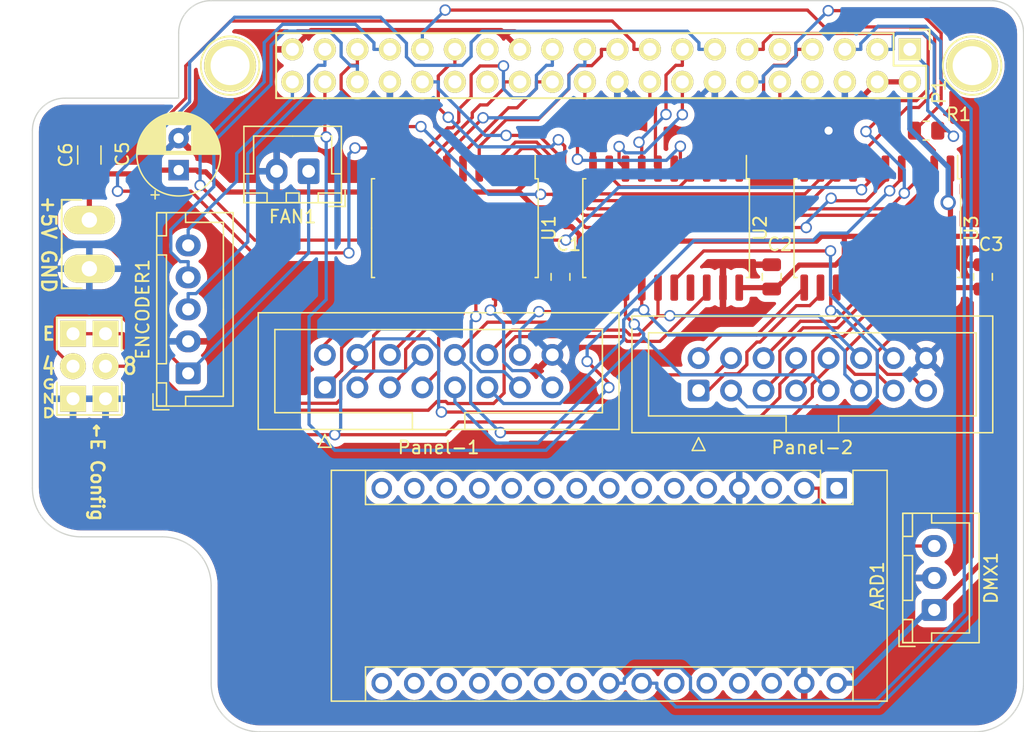
<source format=kicad_pcb>
(kicad_pcb (version 20211014) (generator pcbnew)
  (layers (0 "F.Cu" signal) (31 "B.Cu" signal) (34 "B.Paste" user) (35 "F.Paste" user) (36 "B.SilkS" user "B.Silkscreen") (37 "F.SilkS" user "F.Silkscreen") (38 "B.Mask" user) (39 "F.Mask" user) (44 "Edge.Cuts" user))
  (net 0 "")
  (net 1 "VCC")
  (net 2 "GND")
  (net 3 "strobe")
  (net 4 "p0_r1")
  (net 5 "p0_g1")
  (net 6 "OE")
  (net 7 "p0_b1")
  (net 8 "p0_r2")
  (net 9 "p0_g2")
  (net 10 "row_D")
  (net 11 "row_C")
  (net 12 "p0_b2")
  (net 13 "clock")
  (net 14 "row_B")
  (net 15 "row_A")
  (net 16 "p1_g1")
  (net 17 "p1_b1")
  (net 18 "p1_r1")
  (net 19 "p1_g2")
  (net 20 "p1_r2")
  (net 21 "p1_b2")
  (net 22 "p0_r1_buff")
  (net 23 "p0_g1_buff")
  (net 24 "p0_b1_buff")
  (net 25 "p0_r2_buff")
  (net 26 "p0_g2_buff")
  (net 27 "p0_b2_buff")
  (net 28 "row_A_buff")
  (net 29 "row_B_buff")
  (net 30 "row_C_buff")
  (net 31 "row_D_buff")
  (net 32 "clock_buff_0")
  (net 33 "strobe_buff_0")
  (net 34 "OE_buff_0")
  (net 35 "p1_r1_buff")
  (net 36 "p1_g1_buff")
  (net 37 "p1_b1_buff")
  (net 38 "p1_r2_buff")
  (net 39 "p1_g2_buf")
  (net 40 "p1_b2_buff")
  (net 41 "clock_buff_1")
  (net 42 "strobe_buff_1")
  (net 43 "OE_buff_1")
  (net 44 "strobe_buff_2")
  (net 45 "Net-(P1-Pad1)")
  (net 46 "row_E")
  (net 48 "Sel-Pin4")
  (net 49 "Sel-Pin8")
  (net 52 "3v3")
  (net 54 "Net-(P6-Pad1)")
  (net 56 "dmx_rx")
  (net 76 "i2c1_sda")
  (net 77 "i2c1_scl")
  (net 82 "enc_sw")
  (net 83 "enc_dt")
  (net 84 "enc_clk")
  (footprint "Capacitor_SMD:C_0805_2012Metric" (layer "F.Cu") (at 128.905 58.42 90)
    (fp_text reference "C1")
    (fp_text value "100n")
  )
  (footprint "Capacitor_SMD:C_0805_2012Metric" (layer "F.Cu") (at 145.415 58.42 90)
    (fp_text reference "C2")
    (fp_text value "100n")
  )
  (footprint "Capacitor_SMD:C_0805_2012Metric" (layer "F.Cu") (at 161.925 58.42 90)
    (fp_text reference "C3")
    (fp_text value "100n")
  )
  (footprint "Pin_Headers:Pin_Header_Straight_2x20" (layer "F.Cu") (at 156.21 40.64 -90)
    (fp_text reference "P1")
    (fp_text value "CONN_02X20" hide)
  )
  (footprint "Connector_IDC:IDC-Header_2x08_P2.54mm_Vertical" (layer "F.Cu") (at 110.49 67.056 90)
    (fp_text reference "Panel-1")
    (fp_text value "CONN_02X08")
  )
  (footprint "Connector_IDC:IDC-Header_2x08_P2.54mm_Vertical" (layer "F.Cu") (at 139.7 67.31 90)
    (fp_text reference "Panel-2")
    (fp_text value "CONN_02X08")
  )
  (footprint "Connect:1pin" (layer "F.Cu") (at 103.08 41.91)
    (fp_text reference "P20" hide)
    (fp_text value "CONN_01X01" hide)
  )
  (footprint "Connect:1pin" (layer "F.Cu") (at 161.08 41.91)
    (fp_text reference "P21" hide)
    (fp_text value "CONN_01X01" hide)
  )
  (footprint "Resistor_SMD:R_0805_2012Metric" (layer "F.Cu") (at 157.48 46.99)
    (fp_text reference "R1")
    (fp_text value "10k")
  )
  (footprint "Capacitor_THT:CP_Radial_D6.3mm_P2.50mm" (layer "F.Cu") (at 99.06 50.0774 90)
    (fp_text reference "C5")
    (fp_text value "22u")
  )
  (footprint "Capacitor_SMD:C_1206_3216Metric" (layer "F.Cu") (at 92.08 48.895 90)
    (fp_text reference "C6")
    (fp_text value "22u")
  )
  (footprint "Pin_Headers:Pin_Header_Straight_1x01" (layer "F.Cu") (at 92.08 53.975 90)
    (fp_text reference "P2" hide)
    (fp_text value "+5V")
  )
  (footprint "Pin_Headers:Pin_Header_Straight_1x01" (layer "F.Cu") (at 92.08 57.785 90)
    (fp_text reference "P4" hide)
    (fp_text value "GND")
  )
  (footprint "Pin_Headers:Pin_Header_Straight_1x02" (layer "F.Cu") (at 90.805 62.865 90)
    (fp_text reference "P6" hide)
    (fp_text value "CONN_01X02" hide)
  )
  (footprint "Pin_Headers:Pin_Header_Straight_1x02" (layer "F.Cu") (at 90.805 65.405 90)
    (fp_text reference "P7" hide)
    (fp_text value "CONN_02X01" hide)
  )
  (footprint "Pin_Headers:Pin_Header_Straight_1x02" (layer "F.Cu") (at 90.805 67.945 90)
    (fp_text reference "P8" hide)
    (fp_text value "CONN_01X02" hide)
  )
  (footprint "Package_SO:SOIC-20W_7.5x12.8mm_P1.27mm" (layer "F.Cu") (at 120.65 54.61 -90)
    (fp_text reference "U1")
    (fp_text value "74HCT245")
  )
  (footprint "Package_SO:SOIC-20W_7.5x12.8mm_P1.27mm" (layer "F.Cu") (at 137.16 54.61 -90)
    (fp_text reference "U2")
    (fp_text value "74HCT245")
  )
  (footprint "Package_SO:SOIC-20W_7.5x12.8mm_P1.27mm" (layer "F.Cu") (at 153.67 54.61 -90)
    (fp_text reference "U3")
    (fp_text value "74HCT245")
  )
  (footprint "Connector_JST:JST_XH_B3B-XH-A_1x03_P2.50mm_Vertical" (layer "F.Cu") (at 158.115 84.455 90)
    (fp_text reference "DMX1")
    (fp_text value "CONN_01x03")
  )
  (footprint "Connector_JST:JST_XH_B2B-XH-A_1x02_P2.50mm_Vertical" (layer "F.Cu") (at 109.22 50.165 180)
    (fp_text reference "FAN1")
    (fp_text value "CONN_01X02")
  )
  (footprint "Module:Arduino_Nano" (layer "F.Cu") (at 150.495 74.94 -90)
    (fp_text reference "ARD1")
    (fp_text value "Arduino_Nano_Every")
  )
  (footprint "Connector_JST:JST_XH_B5B-XH-A_1x05_P2.50mm_Vertical" (layer "F.Cu") (at 99.805 65.96 90)
    (fp_text reference "ENCODER1")
    (fp_text value "CONN_01x05")
  )
  (gr_line (start 97.79 78.74) (end 91.44 78.74) (layer "Edge.Cuts") (width 0.1))
  (gr_arc (start 87.63 46.99) (mid 88.373949 45.193949) (end 90.17 44.45) (layer "Edge.Cuts") (width 0.1))
  (gr_arc (start 162.56 36.83) (mid 164.356051 37.573949) (end 165.1 39.37) (layer "Edge.Cuts") (width 0.1))
  (gr_arc (start 99.06 39.37) (mid 99.803949 37.573949) (end 101.6 36.83) (layer "Edge.Cuts") (width 0.1))
  (gr_line (start 101.6 90.17) (end 101.6 82.55) (layer "Edge.Cuts") (width 0.1))
  (gr_arc (start 165.1 90.17) (mid 163.984077 92.864077) (end 161.29 93.98) (layer "Edge.Cuts") (width 0.1))
  (gr_arc (start 91.44 78.74) (mid 88.745923 77.624077) (end 87.63 74.93) (layer "Edge.Cuts") (width 0.1))
  (gr_line (start 87.63 74.93) (end 87.63 46.99) (layer "Edge.Cuts") (width 0.1))
  (gr_line (start 161.29 93.98) (end 105.41 93.98) (layer "Edge.Cuts") (width 0.1))
  (gr_arc (start 97.79 78.74) (mid 100.484077 79.855923) (end 101.6 82.55) (layer "Edge.Cuts") (width 0.1))
  (gr_line (start 165.1 90.17) (end 165.1 39.37) (layer "Edge.Cuts") (width 0.1))
  (gr_arc (start 105.41 93.98) (mid 102.715923 92.864077) (end 101.6 90.17) (layer "Edge.Cuts") (width 0.1))
  (gr_line (start 90.17 44.45) (end 99.06 44.45) (layer "Edge.Cuts") (width 0.1))
  (gr_line (start 101.6 36.83) (end 162.56 36.83) (layer "Edge.Cuts") (width 0.1))
  (gr_line (start 99.06 44.45) (end 99.06 39.37) (layer "Edge.Cuts") (width 0.1))
  (gr_text "8" (at 95.25 65.405) (layer "F.SilkS") (effects (font (size 1.3 1.1) (thickness 0.2))))
  (gr_text "←E Config" (at 92.71 73.66 270) (layer "F.SilkS") (effects (font (size 1 1) (thickness 0.2))))
  (gr_text "E" (at 88.9 62.865) (layer "F.SilkS") (effects (font (size 1 1) (thickness 0.2))))
  (gr_text "G\nN\nD" (at 88.9 67.945) (layer "F.SilkS") (effects (font (size 0.7 1) (thickness 0.175))))
  (gr_text "4\n" (at 88.9 65.405) (layer "F.SilkS") (effects (font (size 1.3 1.1) (thickness 0.2))))
  (gr_text "+5V GND" (at 88.9 55.88 270) (layer "F.SilkS") (effects (font (size 1.1 1.1) (thickness 0.2))))
  (segment (start 101.1746 50.2148) (end 100.6073 50.2148) (width 0.4064) (layer "F.Cu") (net 1))
  (segment (start 142.875 59.26) (end 145.305 59.26) (width 0.4064) (layer "F.Cu") (net 1))
  (segment (start 100.6073 50.2148) (end 100.4699 50.0774) (width 0.4064) (layer "F.Cu") (net 1))
  (segment (start 161.925 80.645) (end 161.925 59.37) (width 0.4064) (layer "F.Cu") (net 1))
  (segment (start 149.289 55.2506) (end 148.9154 55.6242) (width 0.4064) (layer "F.Cu") (net 1))
  (segment (start 159.385 49.96) (end 159.385 52.6053) (width 0.4064) (layer "F.Cu") (net 1))
  (segment (start 163.312 58.0734) (end 162.0154 59.37) (width 0.4064) (layer "F.Cu") (net 1))
  (segment (start 159.385 52.6053) (end 159.2046 52.6053) (width 0.4064) (layer "F.Cu") (net 1))
  (segment (start 126.365 50.8752) (end 126.365 49.96) (width 0.4064) (layer "F.Cu") (net 1))
  (segment (start 153.67 43.18) (end 156.21 43.18) (width 0.4064) (layer "F.Cu") (net 1))
  (segment (start 147.5659 57.5008) (end 145.6967 59.37) (width 0.4064) (layer "F.Cu") (net 1))
  (segment (start 126.365 59.26) (end 128.795 59.26) (width 0.4064) (layer "F.Cu") (net 1))
  (segment (start 98.3551 50.0774) (end 99.06 50.0774) (width 0.4064) (layer "F.Cu") (net 1))
  (segment (start 158.115 84.455) (end 161.925 80.645) (width 0.4064) (layer "F.Cu") (net 1))
  (segment (start 150.3943 57.5008) (end 147.5659 57.5008) (width 0.4064) (layer "F.Cu") (net 1))
  (segment (start 98.3551 50.0774) (end 97.6501 50.0774) (width 0.4064) (layer "F.Cu") (net 1))
  (segment (start 125.5651 51.6751) (end 125.4499 51.7903) (width 0.4064) (layer "F.Cu") (net 1))
  (segment (start 130.3774 57.9688) (end 130.3774 55.6242) (width 0.4064) (layer "F.Cu") (net 1))
  (segment (start 130.3774 55.1099) (end 129.7599 54.4924) (width 0.4064) (layer "F.Cu") (net 1))
  (segment (start 159.385 55.2506) (end 151.0902 55.2506) (width 0.4064) (layer "F.Cu") (net 1))
  (segment (start 126.9134 53.0235) (end 125.5651 51.6751) (width 0.4064) (layer "F.Cu") (net 1))
  (segment (start 129.7599 54.4924) (end 129.2806 54.4924) (width 0.4064) (layer "F.Cu") (net 1))
  (segment (start 125.5651 51.6751) (end 126.365 50.8752) (width 0.4064) (layer "F.Cu") (net 1))
  (segment (start 151.0902 55.2506) (end 149.289 55.2506) (width 0.4064) (layer "F.Cu") (net 1))
  (segment (start 97.3575 50.37) (end 97.6501 50.0774) (width 0.4064) (layer "F.Cu") (net 1))
  (segment (start 161.6679 55.2506) (end 163.312 56.8947) (width 0.4064) (layer "F.Cu") (net 1))
  (segment (start 163.312 56.8947) (end 163.312 58.0734) (width 0.4064) (layer "F.Cu") (net 1))
  (segment (start 159.385 52.6053) (end 159.385 55.2506) (width 0.4064) (layer "F.Cu") (net 1))
  (segment (start 151.0902 55.2506) (end 151.0902 56.8049) (width 0.4064) (layer "F.Cu") (net 1))
  (segment (start 127.8117 53.0235) (end 126.9134 53.0235) (width 0.4064) (layer "F.Cu") (net 1))
  (segment (start 128.9762 59.37) (end 130.3774 57.9688) (width 0.4064) (layer "F.Cu") (net 1))
  (segment (start 102.7501 51.7903) (end 101.1746 50.2148) (width 0.4064) (layer "F.Cu") (net 1))
  (segment (start 129.2806 54.4924) (end 127.8117 53.0235) (width 0.4064) (layer "F.Cu") (net 1))
  (segment (start 125.4499 51.7903) (end 102.7501 51.7903) (width 0.4064) (layer "F.Cu") (net 1))
  (segment (start 99.06 50.0774) (end 100.4699 50.0774) (width 0.4064) (layer "F.Cu") (net 1))
  (segment (start 92.08 50.37) (end 92.08 53.975) (width 0.4064) (layer "F.Cu") (net 1))
  (segment (start 147.9519 44.8831) (end 142.875 49.96) (width 0.4064) (layer "F.Cu") (net 1))
  (segment (start 159.385 59.26) (end 161.815 59.26) (width 0.4064) (layer "F.Cu") (net 1))
  (segment (start 148.9154 55.6242) (end 130.3774 55.6242) (width 0.4064) (layer "F.Cu") (net 1))
  (segment (start 151.0902 56.8049) (end 150.3943 57.5008) (width 0.4064) (layer "F.Cu") (net 1))
  (segment (start 92.08 50.37) (end 97.3575 50.37) (width 0.4064) (layer "F.Cu") (net 1))
  (segment (start 130.3774 55.6242) (end 130.3774 55.1099) (width 0.4064) (layer "F.Cu") (net 1))
  (segment (start 151.9669 44.8831) (end 147.9519 44.8831) (width 0.4064) (layer "F.Cu") (net 1))
  (segment (start 159.385 55.2506) (end 161.6679 55.2506) (width 0.4064) (layer "F.Cu") (net 1))
  (segment (start 153.67 43.18) (end 151.9669 44.8831) (width 0.4064) (layer "F.Cu") (net 1))
  (via (at 159.2046 52.6053) (size 1.2) (drill 0.8) (layers "F.Cu" "B.Cu") (net 1))
  (segment (start 156.21 46.8587) (end 159.2046 49.8533) (width 0.4064) (layer "B.Cu") (net 1))
  (segment (start 156.21 43.18) (end 156.21 46.8587) (width 0.4064) (layer "B.Cu") (net 1))
  (segment (start 150.495 90.18) (end 151.9049 90.18) (width 0.4064) (layer "B.Cu") (net 1))
  (segment (start 159.2046 49.8533) (end 159.2046 52.6053) (width 0.4064) (layer "B.Cu") (net 1))
  (segment (start 151.9049 90.18) (end 157.6299 84.455) (width 0.4064) (layer "B.Cu") (net 1))
  (segment (start 124.257289 39.167289) (end 109.422711 39.167289) (width 0.4064) (layer "F.Cu") (net 2))
  (segment (start 109.422711 39.167289) (end 107.95 40.64) (width 0.4064) (layer "F.Cu") (net 2))
  (segment (start 125.73 40.64) (end 124.257289 39.167289) (width 0.4064) (layer "F.Cu") (net 2))
  (via (at 149.86 46.99) (size 0.889) (drill 0.635) (layers "F.Cu" "B.Cu") (net 2))
  (segment (start 133.35 43.18) (end 134.822711 44.652711) (width 0.4064) (layer "B.Cu") (net 2))
  (segment (start 134.822711 44.652711) (end 139.497289 44.652711) (width 0.4064) (layer "B.Cu") (net 2))
  (segment (start 139.497289 44.652711) (end 140.97 43.18) (width 0.4064) (layer "B.Cu") (net 2))
  (segment (start 139.065 49.96) (end 140.335 49.96) (width 0.254) (layer "F.Cu") (net 3))
  (segment (start 140.335 48.5396) (end 140.335 49.96) (width 0.254) (layer "F.Cu") (net 3))
  (segment (start 147.3451 40.64) (end 147.3451 41.1069) (width 0.254) (layer "F.Cu") (net 3))
  (segment (start 132.715 50.5149) (end 133.5797 51.3796) (width 0.254) (layer "F.Cu") (net 3))
  (segment (start 145.5792 41.8849) (end 144.78 42.6841) (width 0.254) (layer "F.Cu") (net 3))
  (segment (start 144.78 42.6841) (end 144.78 44.0946) (width 0.254) (layer "F.Cu") (net 3))
  (segment (start 133.5797 51.3796) (end 138.2111 51.3796) (width 0.254) (layer "F.Cu") (net 3))
  (segment (start 146.5671 41.8849) (end 145.5792 41.8849) (width 0.254) (layer "F.Cu") (net 3))
  (segment (start 147.3451 41.1069) (end 146.5671 41.8849) (width 0.254) (layer "F.Cu") (net 3))
  (segment (start 144.78 44.0946) (end 140.335 48.5396) (width 0.254) (layer "F.Cu") (net 3))
  (segment (start 138.2111 51.3796) (end 139.065 50.5257) (width 0.254) (layer "F.Cu") (net 3))
  (segment (start 148.59 40.64) (end 147.3451 40.64) (width 0.254) (layer "F.Cu") (net 3))
  (segment (start 121.92 44.3533) (end 121.92 42.6286) (width 0.254) (layer "F.Cu") (net 4))
  (segment (start 120.4734 46.7738) (end 120.9571 46.2901) (width 0.254) (layer "F.Cu") (net 4))
  (segment (start 120.078 46.7738) (end 120.4734 46.7738) (width 0.254) (layer "F.Cu") (net 4))
  (segment (start 122.6136 41.935) (end 124.4475 41.935) (width 0.254) (layer "F.Cu") (net 4))
  (segment (start 120.9571 46.2901) (end 120.9571 45.3162) (width 0.254) (layer "F.Cu") (net 4))
  (segment (start 117.475 49.3768) (end 120.078 46.7738) (width 0.254) (layer "F.Cu") (net 4))
  (segment (start 121.92 42.6286) (end 122.6136 41.935) (width 0.254) (layer "F.Cu") (net 4))
  (segment (start 120.9571 45.3162) (end 121.92 44.3533) (width 0.254) (layer "F.Cu") (net 4))
  (via (at 124.4475 41.935) (size 0.889) (drill 0.635) (layers "F.Cu" "B.Cu") (net 4))
  (segment (start 128.27 40.64) (end 128.27 41.8849) (width 0.254) (layer "B.Cu") (net 4))
  (segment (start 127.0251 43.6935) (end 126.2936 44.425) (width 0.254) (layer "B.Cu") (net 4))
  (segment (start 127.8031 41.8849) (end 127.0251 42.6629) (width 0.254) (layer "B.Cu") (net 4))
  (segment (start 125.1561 44.425) (end 124.4475 43.7164) (width 0.254) (layer "B.Cu") (net 4))
  (segment (start 127.0251 42.6629) (end 127.0251 43.6935) (width 0.254) (layer "B.Cu") (net 4))
  (segment (start 126.2936 44.425) (end 125.1561 44.425) (width 0.254) (layer "B.Cu") (net 4))
  (segment (start 128.27 41.8849) (end 127.8031 41.8849) (width 0.254) (layer "B.Cu") (net 4))
  (segment (start 124.4475 43.7164) (end 124.4475 41.935) (width 0.254) (layer "B.Cu") (net 4))
  (segment (start 100.021 51.7241) (end 94.283 51.7241) (width 0.254) (layer "F.Cu") (net 5))
  (segment (start 115.347 48.3472) (end 112.8446 48.3472) (width 0.254) (layer "F.Cu") (net 5))
  (segment (start 104.8434 56.5465) (end 100.021 51.7241) (width 0.254) (layer "F.Cu") (net 5))
  (segment (start 116.205 49.2052) (end 115.347 48.3472) (width 0.254) (layer "F.Cu") (net 5))
  (segment (start 112.3669 56.5465) (end 104.8434 56.5465) (width 0.254) (layer "F.Cu") (net 5))
  (via (at 94.283 51.7241) (size 0.889) (drill 0.635) (layers "F.Cu" "B.Cu") (net 5))
  (via (at 112.3669 56.5465) (size 0.889) (drill 0.635) (layers "F.Cu" "B.Cu") (net 5))
  (via (at 112.8446 48.3472) (size 0.889) (drill 0.635) (layers "F.Cu" "B.Cu") (net 5))
  (segment (start 121.2264 41.885) (end 121.92 41.1914) (width 0.254) (layer "B.Cu") (net 5))
  (segment (start 139.7251 40.1242) (end 139.7251 40.64) (width 0.254) (layer "B.Cu") (net 5))
  (segment (start 116.865 40.1525) (end 116.865 41.2242) (width 0.254) (layer "B.Cu") (net 5))
  (segment (start 140.97 40.64) (end 139.7251 40.64) (width 0.254) (layer "B.Cu") (net 5))
  (segment (start 117.5258 41.885) (end 121.2264 41.885) (width 0.254) (layer "B.Cu") (net 5))
  (segment (start 112.3669 56.5465) (end 112.3669 48.8249) (width 0.254) (layer "B.Cu") (net 5))
  (segment (start 103.431 38.1284) (end 114.8409 38.1284) (width 0.254) (layer "B.Cu") (net 5))
  (segment (start 94.283 50.3831) (end 99.9161 44.75) (width 0.254) (layer "B.Cu") (net 5))
  (segment (start 121.92 41.1914) (end 121.92 40.0951) (width 0.254) (layer "B.Cu") (net 5))
  (segment (start 138.824 39.2231) (end 139.7251 40.1242) (width 0.254) (layer "B.Cu") (net 5))
  (segment (start 114.8409 38.1284) (end 116.865 40.1525) (width 0.254) (layer "B.Cu") (net 5))
  (segment (start 94.283 51.7241) (end 94.283 50.3831) (width 0.254) (layer "B.Cu") (net 5))
  (segment (start 99.9161 41.6433) (end 103.431 38.1284) (width 0.254) (layer "B.Cu") (net 5))
  (segment (start 121.92 40.0951) (end 122.792 39.2231) (width 0.254) (layer "B.Cu") (net 5))
  (segment (start 112.3669 48.8249) (end 112.8446 48.3472) (width 0.254) (layer "B.Cu") (net 5))
  (segment (start 116.865 41.2242) (end 117.5258 41.885) (width 0.254) (layer "B.Cu") (net 5))
  (segment (start 122.792 39.2231) (end 138.824 39.2231) (width 0.254) (layer "B.Cu") (net 5))
  (segment (start 99.9161 44.75) (end 99.9161 41.6433) (width 0.254) (layer "B.Cu") (net 5))
  (segment (start 130.7439 53.6081) (end 155.2104 53.6081) (width 0.254) (layer "F.Cu") (net 6))
  (segment (start 127.7081 50.5723) (end 130.7439 53.6081) (width 0.254) (layer "F.Cu") (net 6))
  (segment (start 158.115 48.5375) (end 156.5675 46.99) (width 0.254) (layer "F.Cu") (net 6))
  (segment (start 156.5675 46.99) (end 158.657 44.9005) (width 0.254) (layer "F.Cu") (net 6))
  (segment (start 125.8682 48.3974) (end 126.8238 48.3974) (width 0.254) (layer "F.Cu") (net 6))
  (segment (start 127.7081 49.2817) (end 127.7081 50.5723) (width 0.254) (layer "F.Cu") (net 6))
  (segment (start 158.657 44.9005) (end 158.657 39.3773) (width 0.254) (layer "F.Cu") (net 6))
  (segment (start 158.115 49.96) (end 158.115 48.5375) (width 0.254) (layer "F.Cu") (net 6))
  (segment (start 158.657 39.3773) (end 156.8921 37.6124) (width 0.254) (layer "F.Cu") (net 6))
  (segment (start 155.2104 53.6081) (end 158.115 50.7035) (width 0.254) (layer "F.Cu") (net 6))
  (segment (start 156.8921 37.6124) (end 149.8341 37.6124) (width 0.254) (layer "F.Cu") (net 6))
  (segment (start 125.095 49.1706) (end 125.8682 48.3974) (width 0.254) (layer "F.Cu") (net 6))
  (segment (start 126.8238 48.3974) (end 127.7081 49.2817) (width 0.254) (layer "F.Cu") (net 6))
  (via (at 149.8341 37.6124) (size 0.889) (drill 0.635) (layers "F.Cu" "B.Cu") (net 6))
  (segment (start 146.582 41.9351) (end 147.295 41.2221) (width 0.254) (layer "B.Cu") (net 6))
  (segment (start 147.295 41.2221) (end 147.295 40.1515) (width 0.254) (layer "B.Cu") (net 6))
  (segment (start 144.7549 43.18) (end 144.7549 42.7131) (width 0.254) (layer "B.Cu") (net 6))
  (segment (start 143.51 43.18) (end 144.7549 43.18) (width 0.254) (layer "B.Cu") (net 6))
  (segment (start 145.5329 41.9351) (end 146.582 41.9351) (width 0.254) (layer "B.Cu") (net 6))
  (segment (start 147.295 40.1515) (end 149.8341 37.6124) (width 0.254) (layer "B.Cu") (net 6))
  (segment (start 144.7549 42.7131) (end 145.5329 41.9351) (width 0.254) (layer "B.Cu") (net 6))
  (segment (start 125.73 43.18) (end 124.4851 43.18) (width 0.254) (layer "F.Cu") (net 7))
  (segment (start 118.745 49.221) (end 122.0112 45.9548) (width 0.254) (layer "F.Cu") (net 7))
  (segment (start 122.6198 44.9809) (end 123.1792 44.9809) (width 0.254) (layer "F.Cu") (net 7))
  (segment (start 123.1792 44.9809) (end 124.4851 43.675) (width 0.254) (layer "F.Cu") (net 7))
  (segment (start 122.0112 45.9548) (end 122.0112 45.5895) (width 0.254) (layer "F.Cu") (net 7))
  (segment (start 122.0112 45.5895) (end 122.6198 44.9809) (width 0.254) (layer "F.Cu") (net 7))
  (segment (start 124.4851 43.675) (end 124.4851 43.18) (width 0.254) (layer "F.Cu") (net 7))
  (segment (start 127.0251 43.6958) (end 127.0251 43.18) (width 0.254) (layer "F.Cu") (net 8))
  (segment (start 124.8377 45.2048) (end 125.5161 45.2048) (width 0.254) (layer "F.Cu") (net 8))
  (segment (start 121.285 49.96) (end 121.285 48.7575) (width 0.254) (layer "F.Cu") (net 8))
  (segment (start 121.285 48.7575) (end 124.8377 45.2048) (width 0.254) (layer "F.Cu") (net 8))
  (segment (start 125.5161 45.2048) (end 127.0251 43.6958) (width 0.254) (layer "F.Cu") (net 8))
  (segment (start 128.27 43.18) (end 127.0251 43.18) (width 0.254) (layer "F.Cu") (net 8))
  (segment (start 120.015 48.8257) (end 122.8532 45.9875) (width 0.254) (layer "F.Cu") (net 9))
  (segment (start 120.015 49.96) (end 120.015 48.8257) (width 0.254) (layer "F.Cu") (net 9))
  (via (at 122.8532 45.9875) (size 0.889) (drill 0.635) (layers "F.Cu" "B.Cu") (net 9))
  (segment (start 127.2484 45.9875) (end 122.8532 45.9875) (width 0.254) (layer "B.Cu") (net 9))
  (segment (start 129.5651 42.6629) (end 129.5651 43.6708) (width 0.254) (layer "B.Cu") (net 9))
  (segment (start 130.3431 41.8849) (end 129.5651 42.6629) (width 0.254) (layer "B.Cu") (net 9))
  (segment (start 130.81 40.64) (end 130.81 41.8849) (width 0.254) (layer "B.Cu") (net 9))
  (segment (start 129.5651 43.6708) (end 127.2484 45.9875) (width 0.254) (layer "B.Cu") (net 9))
  (segment (start 130.81 41.8849) (end 130.3431 41.8849) (width 0.254) (layer "B.Cu") (net 9))
  (segment (start 138.2749 49.4801) (end 138.2749 48.2179) (width 0.254) (layer "F.Cu") (net 10))
  (segment (start 130.81 43.18) (end 130.81 44.4249) (width 0.254) (layer "F.Cu") (net 10))
  (segment (start 130.2319 45.003) (end 130.81 44.4249) (width 0.254) (layer "F.Cu") (net 10))
  (segment (start 130.2319 49.2242) (end 130.2319 45.003) (width 0.254) (layer "F.Cu") (net 10))
  (segment (start 137.795 49.96) (end 138.2749 49.4801) (width 0.254) (layer "F.Cu") (net 10))
  (via (at 130.2319 49.2242) (size 0.889) (drill 0.635) (layers "F.Cu" "B.Cu") (net 10))
  (via (at 138.2749 48.2179) (size 0.889) (drill 0.635) (layers "F.Cu" "B.Cu") (net 10))
  (segment (start 130.2319 49.2242) (end 130.32 49.3123) (width 0.254) (layer "B.Cu") (net 10))
  (segment (start 130.32 49.3123) (end 137.1805 49.3123) (width 0.254) (layer "B.Cu") (net 10))
  (segment (start 137.1805 49.3123) (end 138.2749 48.2179) (width 0.254) (layer "B.Cu") (net 10))
  (segment (start 136.3263 49.7613) (end 136.525 49.96) (width 0.254) (layer "F.Cu") (net 11))
  (segment (start 136.3263 44.8612) (end 136.3263 49.7613) (width 0.254) (layer "F.Cu") (net 11))
  (segment (start 135.89 43.18) (end 135.89 44.4249) (width 0.254) (layer "F.Cu") (net 11))
  (segment (start 135.89 44.4249) (end 136.3263 44.8612) (width 0.254) (layer "F.Cu") (net 11))
  (segment (start 133.35 40.64) (end 132.1051 40.64) (width 0.254) (layer "F.Cu") (net 12))
  (segment (start 122.555 48.2357) (end 124.6572 46.1335) (width 0.254) (layer "F.Cu") (net 12))
  (segment (start 131.3509 41.91) (end 132.1051 41.1558) (width 0.254) (layer "F.Cu") (net 12))
  (segment (start 129.565 43.7131) (end 129.565 42.6036) (width 0.254) (layer "F.Cu") (net 12))
  (segment (start 132.1051 41.1558) (end 132.1051 40.64) (width 0.254) (layer "F.Cu") (net 12))
  (segment (start 127.1446 46.1335) (end 129.565 43.7131) (width 0.254) (layer "F.Cu") (net 12))
  (segment (start 122.555 49.96) (end 122.555 48.2357) (width 0.254) (layer "F.Cu") (net 12))
  (segment (start 129.565 42.6036) (end 130.2586 41.91) (width 0.254) (layer "F.Cu") (net 12))
  (segment (start 130.2586 41.91) (end 131.3509 41.91) (width 0.254) (layer "F.Cu") (net 12))
  (segment (start 124.6572 46.1335) (end 127.1446 46.1335) (width 0.254) (layer "F.Cu") (net 12))
  (segment (start 131.0317 53.0998) (end 154.5508 53.0998) (width 0.254) (layer "F.Cu") (net 13))
  (segment (start 143.51 40.64) (end 144.7549 40.64) (width 0.254) (layer "F.Cu") (net 13))
  (segment (start 152.7817 47.0582) (end 155.1966 44.6433) (width 0.254) (layer "F.Cu") (net 13))
  (segment (start 144.7549 40.1242) (end 144.7549 40.64) (width 0.254) (layer "F.Cu") (net 13))
  (segment (start 127.0343 47.8891) (end 128.2164 49.0712) (width 0.254) (layer "F.Cu") (net 13))
  (segment (start 155.7757 51.8749) (end 156.845 50.8056) (width 0.254) (layer "F.Cu") (net 13))
  (segment (start 128.2164 49.0712) (end 128.2164 50.2845) (width 0.254) (layer "F.Cu") (net 13))
  (segment (start 128.2164 50.2845) (end 131.0317 53.0998) (width 0.254) (layer "F.Cu") (net 13))
  (segment (start 156.7301 44.6433) (end 157.6404 43.733) (width 0.254) (layer "F.Cu") (net 13))
  (segment (start 157.6404 43.733) (end 157.6404 39.7983) (width 0.254) (layer "F.Cu") (net 13))
  (segment (start 155.1966 44.6433) (end 156.7301 44.6433) (width 0.254) (layer "F.Cu") (net 13))
  (segment (start 154.5508 53.0998) (end 155.7757 51.8749) (width 0.254) (layer "F.Cu") (net 13))
  (segment (start 157.6404 39.7983) (end 157.2371 39.395) (width 0.254) (layer "F.Cu") (net 13))
  (segment (start 145.4841 39.395) (end 144.7549 40.1242) (width 0.254) (layer "F.Cu") (net 13))
  (segment (start 157.2371 39.395) (end 145.4841 39.395) (width 0.254) (layer "F.Cu") (net 13))
  (segment (start 123.825 49.4527) (end 125.3886 47.8891) (width 0.254) (layer "F.Cu") (net 13))
  (segment (start 125.3886 47.8891) (end 127.0343 47.8891) (width 0.254) (layer "F.Cu") (net 13))
  (via (at 152.7817 47.0582) (size 0.889) (drill 0.635) (layers "F.Cu" "B.Cu") (net 13))
  (via (at 155.7757 51.8749) (size 0.889) (drill 0.635) (layers "F.Cu" "B.Cu") (net 13))
  (segment (start 152.7817 47.0582) (end 155.7757 50.0522) (width 0.254) (layer "B.Cu") (net 13))
  (segment (start 155.7757 50.0522) (end 155.7757 51.8749) (width 0.254) (layer "B.Cu") (net 13))
  (segment (start 133.985 49.96) (end 133.485 49.46) (width 0.254) (layer "F.Cu") (net 14))
  (segment (start 133.485 49.46) (end 133.485 48.2349) (width 0.254) (layer "F.Cu") (net 14))
  (segment (start 138.43 45.7403) (end 138.43 43.18) (width 0.254) (layer "F.Cu") (net 14))
  (via (at 133.485 48.2349) (size 0.889) (drill 0.635) (layers "F.Cu" "B.Cu") (net 14))
  (via (at 138.43 45.7403) (size 0.889) (drill 0.635) (layers "F.Cu" "B.Cu") (net 14))
  (segment (start 135.4457 48.7246) (end 133.9747 48.7246) (width 0.254) (layer "B.Cu") (net 14))
  (segment (start 133.9747 48.7246) (end 133.485 48.2349) (width 0.254) (layer "B.Cu") (net 14))
  (segment (start 138.43 45.7403) (end 135.4457 48.7246) (width 0.254) (layer "B.Cu") (net 14))
  (segment (start 135.255 49.96) (end 135.255 48.1131) (width 0.254) (layer "F.Cu") (net 15))
  (segment (start 137.1521 45.7238) (end 137.1521 42.647) (width 0.254) (layer "F.Cu") (net 15))
  (segment (start 138.43 40.64) (end 138.43 41.8849) (width 0.254) (layer "F.Cu") (net 15))
  (segment (start 137.9142 41.8849) (end 138.43 41.8849) (width 0.254) (layer "F.Cu") (net 15))
  (segment (start 137.1521 42.647) (end 137.9142 41.8849) (width 0.254) (layer "F.Cu") (net 15))
  (segment (start 135.255 48.1131) (end 135.0397 47.8978) (width 0.254) (layer "F.Cu") (net 15))
  (via (at 135.0397 47.8978) (size 0.889) (drill 0.635) (layers "F.Cu" "B.Cu") (net 15))
  (via (at 137.1521 45.7238) (size 0.889) (drill 0.635) (layers "F.Cu" "B.Cu") (net 15))
  (segment (start 137.1521 45.7238) (end 135.0397 47.8362) (width 0.254) (layer "B.Cu") (net 15))
  (segment (start 135.0397 47.8362) (end 135.0397 47.8978) (width 0.254) (layer "B.Cu") (net 15))
  (segment (start 129.2331 48.2005) (end 128.7385 47.7059) (width 0.254) (layer "F.Cu") (net 16))
  (segment (start 120.1832 41.8849) (end 119.355 42.7131) (width 0.254) (layer "F.Cu") (net 16))
  (segment (start 148.0246 51.9323) (end 131.3619 51.9323) (width 0.254) (layer "F.Cu") (net 16))
  (segment (start 120.65 41.8849) (end 120.1832 41.8849) (width 0.254) (layer "F.Cu") (net 16))
  (segment (start 149.225 50.7319) (end 148.0246 51.9323) (width 0.254) (layer "F.Cu") (net 16))
  (segment (start 119.355 42.7131) (end 119.355 45.1717) (width 0.254) (layer "F.Cu") (net 16))
  (segment (start 131.3619 51.9323) (end 129.2331 49.8035) (width 0.254) (layer "F.Cu") (net 16))
  (segment (start 129.2331 49.8035) (end 129.2331 48.2005) (width 0.254) (layer "F.Cu") (net 16))
  (segment (start 119.355 45.1717) (end 120.1313 45.948) (width 0.254) (layer "F.Cu") (net 16))
  (segment (start 120.65 40.64) (end 120.65 41.8849) (width 0.254) (layer "F.Cu") (net 16))
  (via (at 128.7385 47.7059) (size 0.889) (drill 0.635) (layers "F.Cu" "B.Cu") (net 16))
  (via (at 120.1313 45.948) (size 0.889) (drill 0.635) (layers "F.Cu" "B.Cu") (net 16))
  (segment (start 122.4392 48.2559) (end 128.1885 48.2559) (width 0.254) (layer "B.Cu") (net 16))
  (segment (start 128.1885 48.2559) (end 128.7385 47.7059) (width 0.254) (layer "B.Cu") (net 16))
  (segment (start 120.1313 45.948) (end 122.4392 48.2559) (width 0.254) (layer "B.Cu") (net 16))
  (segment (start 158.1487 43.9435) (end 158.1487 39.5878) (width 0.254) (layer "F.Cu") (net 17))
  (segment (start 156.9098 45.1824) (end 158.1487 43.9435) (width 0.254) (layer "F.Cu") (net 17))
  (segment (start 156.0112 45.1824) (end 156.9098 45.1824) (width 0.254) (layer "F.Cu") (net 17))
  (segment (start 157.4453 38.8844) (end 149.5215 38.8844) (width 0.254) (layer "F.Cu") (net 17))
  (segment (start 151.765 49.4286) (end 156.0112 45.1824) (width 0.254) (layer "F.Cu") (net 17))
  (segment (start 149.5215 38.8844) (end 148.2046 37.5675) (width 0.254) (layer "F.Cu") (net 17))
  (segment (start 148.2046 37.5675) (end 119.8925 37.5675) (width 0.254) (layer "F.Cu") (net 17))
  (segment (start 158.1487 39.5878) (end 157.4453 38.8844) (width 0.254) (layer "F.Cu") (net 17))
  (via (at 119.8925 37.5675) (size 0.889) (drill 0.635) (layers "F.Cu" "B.Cu") (net 17))
  (segment (start 118.11 39.35) (end 118.11 40.64) (width 0.254) (layer "B.Cu") (net 17))
  (segment (start 119.8925 37.5675) (end 118.11 39.35) (width 0.254) (layer "B.Cu") (net 17))
  (segment (start 131.1439 52.4631) (end 148.5036 52.4631) (width 0.254) (layer "F.Cu") (net 18))
  (segment (start 127.2287 47.3645) (end 128.7247 48.8605) (width 0.254) (layer "F.Cu") (net 18))
  (segment (start 148.5036 52.4631) (end 150.495 50.4717) (width 0.254) (layer "F.Cu") (net 18))
  (segment (start 124.6557 47.3645) (end 127.2287 47.3645) (width 0.254) (layer "F.Cu") (net 18))
  (segment (start 128.7247 50.0439) (end 131.1439 52.4631) (width 0.254) (layer "F.Cu") (net 18))
  (segment (start 128.7247 48.8605) (end 128.7247 50.0439) (width 0.254) (layer "F.Cu") (net 18))
  (via (at 124.6557 47.3645) (size 0.889) (drill 0.635) (layers "F.Cu" "B.Cu") (net 18))
  (segment (start 119.3549 43.6958) (end 123.0236 47.3645) (width 0.254) (layer "B.Cu") (net 18))
  (segment (start 118.11 43.18) (end 119.3549 43.18) (width 0.254) (layer "B.Cu") (net 18))
  (segment (start 119.3549 43.18) (end 119.3549 43.6958) (width 0.254) (layer "B.Cu") (net 18))
  (segment (start 123.0236 47.3645) (end 124.6557 47.3645) (width 0.254) (layer "B.Cu") (net 18))
  (segment (start 153.035 51.0016) (end 152.4312 51.6054) (width 0.254) (layer "F.Cu") (net 19))
  (segment (start 129.323 55.5468) (end 105.0153 55.5468) (width 0.254) (layer "F.Cu") (net 19))
  (segment (start 153.035 49.96) (end 153.035 51.0016) (width 0.254) (layer "F.Cu") (net 19))
  (segment (start 105.0153 55.5468) (end 100.7377 51.2692) (width 0.254) (layer "F.Cu") (net 19))
  (via (at 129.323 55.5468) (size 0.889) (drill 0.635) (layers "F.Cu" "B.Cu") (net 19))
  (via (at 152.4312 51.6054) (size 0.889) (drill 0.635) (layers "F.Cu" "B.Cu") (net 19))
  (via (at 100.7377 51.2692) (size 0.889) (drill 0.635) (layers "F.Cu" "B.Cu") (net 19))
  (segment (start 114.3251 40.1242) (end 114.3251 40.64) (width 0.254) (layer "B.Cu") (net 19))
  (segment (start 133.4362 51.4336) (end 129.323 55.5468) (width 0.254) (layer "B.Cu") (net 19))
  (segment (start 115.57 40.64) (end 114.3251 40.64) (width 0.254) (layer "B.Cu") (net 19))
  (segment (start 107.1771 38.6793) (end 112.8802 38.6793) (width 0.254) (layer "B.Cu") (net 19))
  (segment (start 100.7377 51.2692) (end 100.7377 48.1892) (width 0.254) (layer "B.Cu") (net 19))
  (segment (start 112.8802 38.6793) (end 114.3251 40.1242) (width 0.254) (layer "B.Cu") (net 19))
  (segment (start 152.2594 51.4336) (end 133.4362 51.4336) (width 0.254) (layer "B.Cu") (net 19))
  (segment (start 100.7377 48.1892) (end 105.7474 43.1795) (width 0.254) (layer "B.Cu") (net 19))
  (segment (start 105.7474 40.109) (end 107.1771 38.6793) (width 0.254) (layer "B.Cu") (net 19))
  (segment (start 152.4312 51.6054) (end 152.2594 51.4336) (width 0.254) (layer "B.Cu") (net 19))
  (segment (start 105.7474 43.1795) (end 105.7474 40.109) (width 0.254) (layer "B.Cu") (net 19))
  (segment (start 153.5026 51.7617) (end 152.7931 52.4712) (width 0.254) (layer "F.Cu") (net 20))
  (segment (start 112.5142 41.8849) (end 113.03 41.8849) (width 0.254) (layer "F.Cu") (net 20))
  (segment (start 153.5026 51.6525) (end 153.5026 51.7617) (width 0.254) (layer "F.Cu") (net 20))
  (segment (start 128.2788 51.9691) (end 130.8718 54.5621) (width 0.254) (layer "F.Cu") (net 20))
  (segment (start 150.2524 52.4712) (end 150.0552 52.274) (width 0.254) (layer "F.Cu") (net 20))
  (segment (start 127.3502 51.9691) (end 128.2788 51.9691) (width 0.254) (layer "F.Cu") (net 20))
  (segment (start 130.8718 54.5621) (end 148.1117 54.5621) (width 0.254) (layer "F.Cu") (net 20))
  (segment (start 111.76 43.7433) (end 111.76 42.6391) (width 0.254) (layer "F.Cu") (net 20))
  (segment (start 111.76 42.6391) (end 112.5142 41.8849) (width 0.254) (layer "F.Cu") (net 20))
  (segment (start 114.6906 46.6739) (end 111.76 43.7433) (width 0.254) (layer "F.Cu") (net 20))
  (segment (start 113.03 40.64) (end 113.03 41.8849) (width 0.254) (layer "F.Cu") (net 20))
  (segment (start 154.305 50.8501) (end 153.5026 51.6525) (width 0.254) (layer "F.Cu") (net 20))
  (segment (start 152.7931 52.4712) (end 150.2524 52.4712) (width 0.254) (layer "F.Cu") (net 20))
  (segment (start 117.9954 46.6739) (end 114.6906 46.6739) (width 0.254) (layer "F.Cu") (net 20))
  (via (at 150.0552 52.274) (size 0.889) (drill 0.635) (layers "F.Cu" "B.Cu") (net 20))
  (via (at 117.9954 46.6739) (size 0.889) (drill 0.635) (layers "F.Cu" "B.Cu") (net 20))
  (via (at 127.3502 51.9691) (size 0.889) (drill 0.635) (layers "F.Cu" "B.Cu") (net 20))
  (via (at 148.1117 54.5621) (size 0.889) (drill 0.635) (layers "F.Cu" "B.Cu") (net 20))
  (segment (start 148.1117 54.2175) (end 148.1117 54.5621) (width 0.254) (layer "B.Cu") (net 20))
  (segment (start 150.0552 52.274) (end 148.1117 54.2175) (width 0.254) (layer "B.Cu") (net 20))
  (segment (start 117.9954 46.6739) (end 123.2905 51.969) (width 0.254) (layer "B.Cu") (net 20))
  (segment (start 127.3502 51.969) (end 127.3502 51.9691) (width 0.254) (layer "B.Cu") (net 20))
  (segment (start 123.2905 51.969) (end 127.3502 51.969) (width 0.254) (layer "B.Cu") (net 20))
  (segment (start 110.5924 47.4818) (end 110.49 47.3794) (width 0.254) (layer "F.Cu") (net 21))
  (segment (start 110.49 47.3794) (end 110.49 43.18) (width 0.254) (layer "F.Cu") (net 21))
  (segment (start 132.6836 66.7227) (end 132.6836 67.0703) (width 0.254) (layer "F.Cu") (net 21))
  (segment (start 155.575 50.7479) (end 154.6315 51.6914) (width 0.254) (layer "F.Cu") (net 21))
  (segment (start 130.9883 65.0274) (end 132.6836 66.7227) (width 0.254) (layer "F.Cu") (net 21))
  (via (at 132.6836 67.0703) (size 0.889) (drill 0.635) (layers "F.Cu" "B.Cu") (net 21))
  (via (at 130.9883 65.0274) (size 0.889) (drill 0.635) (layers "F.Cu" "B.Cu") (net 21))
  (via (at 154.6315 51.6914) (size 0.889) (drill 0.635) (layers "F.Cu" "B.Cu") (net 21))
  (via (at 110.5924 47.4818) (size 0.889) (drill 0.635) (layers "F.Cu" "B.Cu") (net 21))
  (segment (start 149.2158 55.0003) (end 148.6409 55.5752) (width 0.254) (layer "B.Cu") (net 21))
  (segment (start 130.9883 63.9226) (end 130.9883 65.0274) (width 0.254) (layer "B.Cu") (net 21))
  (segment (start 109.2522 69.951) (end 111.2745 71.9733) (width 0.254) (layer "B.Cu") (net 21))
  (segment (start 111.2745 71.9733) (end 127.7806 71.9733) (width 0.254) (layer "B.Cu") (net 21))
  (segment (start 127.7806 71.9733) (end 132.6836 67.0703) (width 0.254) (layer "B.Cu") (net 21))
  (segment (start 109.2522 61.5331) (end 109.2522 69.951) (width 0.254) (layer "B.Cu") (net 21))
  (segment (start 151.3226 55.0003) (end 149.2158 55.0003) (width 0.254) (layer "B.Cu") (net 21))
  (segment (start 154.6315 51.6914) (end 151.3226 55.0003) (width 0.254) (layer "B.Cu") (net 21))
  (segment (start 110.5924 60.1929) (end 109.2522 61.5331) (width 0.254) (layer "B.Cu") (net 21))
  (segment (start 148.6409 55.5752) (end 139.3357 55.5752) (width 0.254) (layer "B.Cu") (net 21))
  (segment (start 110.5924 47.4818) (end 110.5924 60.1929) (width 0.254) (layer "B.Cu") (net 21))
  (segment (start 139.3357 55.5752) (end 130.9883 63.9226) (width 0.254) (layer "B.Cu") (net 21))
  (segment (start 115.2251 60.7628) (end 115.0044 60.7628) (width 0.254) (layer "F.Cu") (net 22))
  (segment (start 111.7986 65.7474) (end 110.49 67.056) (width 0.254) (layer "F.Cu") (net 22))
  (segment (start 116.205 59.7829) (end 115.2251 60.7628) (width 0.254) (layer "F.Cu") (net 22))
  (segment (start 115.0044 60.7628) (end 111.7986 63.9686) (width 0.254) (layer "F.Cu") (net 22))
  (segment (start 111.7986 63.9686) (end 111.7986 65.7474) (width 0.254) (layer "F.Cu") (net 22))
  (segment (start 110.49 63.705) (end 110.49 64.516) (width 0.254) (layer "F.Cu") (net 23))
  (segment (start 114.935 59.26) (end 110.49 63.705) (width 0.254) (layer "F.Cu") (net 23))
  (segment (start 114.3 63.0134) (end 114.3 65.786) (width 0.254) (layer "F.Cu") (net 24))
  (segment (start 117.475 59.8384) (end 114.3 63.0134) (width 0.254) (layer "F.Cu") (net 24))
  (segment (start 114.3 65.786) (end 113.03 67.056) (width 0.254) (layer "F.Cu") (net 24))
  (segment (start 116.8014 65.8246) (end 116.8014 64.0833) (width 0.254) (layer "F.Cu") (net 25))
  (segment (start 120.015 60.8697) (end 120.015 59.26) (width 0.254) (layer "F.Cu") (net 25))
  (segment (start 116.8014 64.0833) (end 120.015 60.8697) (width 0.254) (layer "F.Cu") (net 25))
  (segment (start 115.57 67.056) (end 116.8014 65.8246) (width 0.254) (layer "F.Cu") (net 25))
  (segment (start 118.745 61.341) (end 115.57 64.516) (width 0.254) (layer "F.Cu") (net 26))
  (segment (start 118.745 59.26) (end 118.745 61.341) (width 0.254) (layer "F.Cu") (net 26))
  (segment (start 121.285 61.3064) (end 119.38 63.2114) (width 0.254) (layer "F.Cu") (net 27))
  (segment (start 121.285 59.26) (end 121.285 61.3064) (width 0.254) (layer "F.Cu") (net 27))
  (segment (start 119.38 65.786) (end 118.11 67.056) (width 0.254) (layer "F.Cu") (net 27))
  (segment (start 119.38 63.2114) (end 119.38 65.786) (width 0.254) (layer "F.Cu") (net 27))
  (segment (start 133.985 59.26) (end 133.985 61.4439) (width 0.254) (layer "F.Cu") (net 28))
  (segment (start 133.985 61.4439) (end 134.6693 62.1282) (width 0.254) (layer "F.Cu") (net 28))
  (via (at 134.6693 62.1282) (size 0.889) (drill 0.635) (layers "F.Cu" "B.Cu") (net 28))
  (segment (start 123.8655 71.4119) (end 120.65 68.1964) (width 0.254) (layer "B.Cu") (net 28))
  (segment (start 135.4024 63.1419) (end 127.1324 71.4119) (width 0.254) (layer "B.Cu") (net 28))
  (segment (start 127.1324 71.4119) (end 123.8655 71.4119) (width 0.254) (layer "B.Cu") (net 28))
  (segment (start 134.6693 62.1282) (end 135.4024 62.8613) (width 0.254) (layer "B.Cu") (net 28))
  (segment (start 148.6276 66.0776) (end 138.3381 66.0776) (width 0.254) (layer "B.Cu") (net 28))
  (segment (start 149.86 67.31) (end 148.6276 66.0776) (width 0.254) (layer "B.Cu") (net 28))
  (segment (start 138.3381 66.0776) (end 135.4024 63.1419) (width 0.254) (layer "B.Cu") (net 28))
  (segment (start 135.4024 62.8613) (end 135.4024 63.1419) (width 0.254) (layer "B.Cu") (net 28))
  (segment (start 120.65 68.1964) (end 120.65 67.056) (width 0.254) (layer "B.Cu") (net 28))
  (segment (start 145.793 70.5861) (end 148.59 67.7891) (width 0.254) (layer "F.Cu") (net 29))
  (segment (start 132.715 59.8074) (end 130.5593 61.9631) (width 0.254) (layer "F.Cu") (net 29))
  (segment (start 148.59 66.7989) (end 149.86 65.5289) (width 0.254) (layer "F.Cu") (net 29))
  (segment (start 124.2075 70.5861) (end 145.793 70.5861) (width 0.254) (layer "F.Cu") (net 29))
  (segment (start 123.2029 61.9631) (end 120.65 64.516) (width 0.254) (layer "F.Cu") (net 29))
  (segment (start 148.59 67.7891) (end 148.59 66.7989) (width 0.254) (layer "F.Cu") (net 29))
  (segment (start 130.5593 61.9631) (end 123.2029 61.9631) (width 0.254) (layer "F.Cu") (net 29))
  (segment (start 149.86 65.5289) (end 149.86 64.77) (width 0.254) (layer "F.Cu") (net 29))
  (via (at 124.2075 70.5861) (size 0.889) (drill 0.635) (layers "F.Cu" "B.Cu") (net 29))
  (segment (start 120.65 64.516) (end 121.8813 65.7473) (width 0.254) (layer "B.Cu") (net 29))
  (segment (start 121.8814 65.7473) (end 121.8814 68.26) (width 0.254) (layer "B.Cu") (net 29))
  (segment (start 121.8814 68.26) (end 124.2075 70.5861) (width 0.254) (layer "B.Cu") (net 29))
  (segment (start 121.8813 65.7473) (end 121.8814 65.7473) (width 0.254) (layer "B.Cu") (net 29))
  (segment (start 135.255 60.8511) (end 135.4072 61.0033) (width 0.254) (layer "F.Cu") (net 30))
  (segment (start 135.255 59.26) (end 135.255 60.8511) (width 0.254) (layer "F.Cu") (net 30))
  (via (at 135.4072 61.0033) (size 0.889) (drill 0.635) (layers "F.Cu" "B.Cu") (net 30))
  (segment (start 133.8435 63.3401) (end 128.8662 68.3174) (width 0.254) (layer "B.Cu") (net 30))
  (segment (start 151.13 64.219) (end 151.13 66.04) (width 0.254) (layer "B.Cu") (net 30))
  (segment (start 128.8662 68.3174) (end 124.4514 68.3174) (width 0.254) (layer "B.Cu") (net 30))
  (segment (start 151.13 66.04) (end 152.4 67.31) (width 0.254) (layer "B.Cu") (net 30))
  (segment (start 137.3691 62.9652) (end 149.8762 62.9652) (width 0.254) (layer "B.Cu") (net 30))
  (segment (start 149.8762 62.9652) (end 151.13 64.219) (width 0.254) (layer "B.Cu") (net 30))
  (segment (start 124.4514 68.3174) (end 123.19 67.056) (width 0.254) (layer "B.Cu") (net 30))
  (segment (start 134.6264 61.0033) (end 133.8435 61.7862) (width 0.254) (layer "B.Cu") (net 30))
  (segment (start 135.4072 61.0033) (end 137.3691 62.9652) (width 0.254) (layer "B.Cu") (net 30))
  (segment (start 135.4072 61.0033) (end 134.6264 61.0033) (width 0.254) (layer "B.Cu") (net 30))
  (segment (start 133.8435 61.7862) (end 133.8435 63.3401) (width 0.254) (layer "B.Cu") (net 30))
  (segment (start 136.525 61.4559) (end 137.4498 61.4559) (width 0.254) (layer "F.Cu") (net 31))
  (segment (start 136.525 59.26) (end 136.525 61.4559) (width 0.254) (layer "F.Cu") (net 31))
  (segment (start 123.19 64.516) (end 125.1251 62.5809) (width 0.254) (layer "F.Cu") (net 31))
  (segment (start 125.1251 62.5809) (end 133.9542 62.5809) (width 0.254) (layer "F.Cu") (net 31))
  (segment (start 135.0269 62.954) (end 136.525 61.4559) (width 0.254) (layer "F.Cu") (net 31))
  (segment (start 134.3273 62.954) (end 135.0269 62.954) (width 0.254) (layer "F.Cu") (net 31))
  (segment (start 133.9542 62.5809) (end 134.3273 62.954) (width 0.254) (layer "F.Cu") (net 31))
  (via (at 137.4498 61.4559) (size 0.889) (drill 0.635) (layers "F.Cu" "B.Cu") (net 31))
  (segment (start 149.0859 61.4559) (end 137.4498 61.4559) (width 0.254) (layer "B.Cu") (net 31))
  (segment (start 152.4 64.77) (end 149.0859 61.4559) (width 0.254) (layer "B.Cu") (net 31))
  (segment (start 122.2913 59.5237) (end 122.2913 61.5162) (width 0.254) (layer "F.Cu") (net 32))
  (segment (start 122.555 59.26) (end 122.2913 59.5237) (width 0.254) (layer "F.Cu") (net 32))
  (via (at 122.2913 61.5162) (size 0.889) (drill 0.635) (layers "F.Cu" "B.Cu") (net 32))
  (segment (start 125.73 67.056) (end 124.4986 65.8246) (width 0.254) (layer "B.Cu") (net 32))
  (segment (start 124.4986 65.8246) (end 122.6776 65.8246) (width 0.254) (layer "B.Cu") (net 32))
  (segment (start 121.92 65.067) (end 121.92 61.8875) (width 0.254) (layer "B.Cu") (net 32))
  (segment (start 122.6776 65.8246) (end 121.92 65.067) (width 0.254) (layer "B.Cu") (net 32))
  (segment (start 121.92 61.8875) (end 122.2913 61.5162) (width 0.254) (layer "B.Cu") (net 32))
  (segment (start 129.5677 61.1373) (end 127.2159 61.1373) (width 0.254) (layer "F.Cu") (net 33))
  (segment (start 131.445 59.26) (end 129.5677 61.1373) (width 0.254) (layer "F.Cu") (net 33))
  (via (at 127.2159 61.1373) (size 0.889) (drill 0.635) (layers "F.Cu" "B.Cu") (net 33))
  (segment (start 127.2159 61.1373) (end 125.73 62.6232) (width 0.254) (layer "B.Cu") (net 33))
  (segment (start 125.73 62.6232) (end 125.73 64.516) (width 0.254) (layer "B.Cu") (net 33))
  (segment (start 123.4242 61.0175) (end 123.825 60.6167) (width 0.254) (layer "F.Cu") (net 34))
  (segment (start 123.825 60.6167) (end 123.825 59.26) (width 0.254) (layer "F.Cu") (net 34))
  (via (at 123.4242 61.0175) (size 0.889) (drill 0.635) (layers "F.Cu" "B.Cu") (net 34))
  (segment (start 126.9614 65.7474) (end 125.1437 65.7474) (width 0.254) (layer "B.Cu") (net 34))
  (segment (start 124.46 65.0637) (end 124.46 62.0533) (width 0.254) (layer "B.Cu") (net 34))
  (segment (start 125.1437 65.7474) (end 124.46 65.0637) (width 0.254) (layer "B.Cu") (net 34))
  (segment (start 128.27 67.056) (end 126.9614 65.7474) (width 0.254) (layer "B.Cu") (net 34))
  (segment (start 124.46 62.0533) (end 123.4242 61.0175) (width 0.254) (layer "B.Cu") (net 34))
  (segment (start 142.7546 66.0014) (end 141.7675 66.0014) (width 0.254) (layer "F.Cu") (net 35))
  (segment (start 140.4589 67.31) (end 139.7 67.31) (width 0.254) (layer "F.Cu") (net 35))
  (segment (start 147.3474 60.667) (end 144.5008 63.5136) (width 0.254) (layer "F.Cu") (net 35))
  (segment (start 143.4714 64.2952) (end 143.4714 65.2846) (width 0.254) (layer "F.Cu") (net 35))
  (segment (start 141.7675 66.0014) (end 140.4589 67.31) (width 0.254) (layer "F.Cu") (net 35))
  (segment (start 148.3842 60.667) (end 147.3474 60.667) (width 0.254) (layer "F.Cu") (net 35))
  (segment (start 144.253 63.5136) (end 143.4714 64.2952) (width 0.254) (layer "F.Cu") (net 35))
  (segment (start 149.225 59.8262) (end 148.3842 60.667) (width 0.254) (layer "F.Cu") (net 35))
  (segment (start 143.4714 65.2846) (end 142.7546 66.0014) (width 0.254) (layer "F.Cu") (net 35))
  (segment (start 144.5008 63.5136) (end 144.253 63.5136) (width 0.254) (layer "F.Cu") (net 35))
  (segment (start 141.5034 62.9666) (end 144.2484 62.9666) (width 0.254) (layer "F.Cu") (net 36))
  (segment (start 144.2484 62.9666) (end 147.955 59.26) (width 0.254) (layer "F.Cu") (net 36))
  (segment (start 139.7 64.77) (end 141.5034 62.9666) (width 0.254) (layer "F.Cu") (net 36))
  (segment (start 150.0283 59.7267) (end 150.0283 61.0674) (width 0.254) (layer "F.Cu") (net 37))
  (segment (start 150.495 59.26) (end 150.0283 59.7267) (width 0.254) (layer "F.Cu") (net 37))
  (via (at 150.0283 61.0674) (size 0.889) (drill 0.635) (layers "F.Cu" "B.Cu") (net 37))
  (segment (start 153.67 67.7931) (end 152.8912 68.5719) (width 0.254) (layer "B.Cu") (net 37))
  (segment (start 143.5019 68.5719) (end 142.24 67.31) (width 0.254) (layer "B.Cu") (net 37))
  (segment (start 153.67 64.219) (end 153.67 67.7931) (width 0.254) (layer "B.Cu") (net 37))
  (segment (start 150.5184 61.0674) (end 153.67 64.219) (width 0.254) (layer "B.Cu") (net 37))
  (segment (start 152.8912 68.5719) (end 143.5019 68.5719) (width 0.254) (layer "B.Cu") (net 37))
  (segment (start 150.0283 61.0674) (end 150.5184 61.0674) (width 0.254) (layer "B.Cu") (net 37))
  (segment (start 150.5809 62.4015) (end 153.035 59.9474) (width 0.254) (layer "F.Cu") (net 38))
  (segment (start 146.0501 66.0399) (end 146.0501 64.2189) (width 0.254) (layer "F.Cu") (net 38))
  (segment (start 146.0501 64.2189) (end 147.8675 62.4015) (width 0.254) (layer "F.Cu") (net 38))
  (segment (start 144.78 67.31) (end 146.0501 66.0399) (width 0.254) (layer "F.Cu") (net 38))
  (segment (start 147.8675 62.4015) (end 150.5809 62.4015) (width 0.254) (layer "F.Cu") (net 38))
  (segment (start 147.6568 61.8932) (end 150.3704 61.8932) (width 0.254) (layer "F.Cu") (net 39))
  (segment (start 144.78 64.77) (end 147.6568 61.8932) (width 0.254) (layer "F.Cu") (net 39))
  (segment (start 150.3704 61.8932) (end 151.765 60.4986) (width 0.254) (layer "F.Cu") (net 39))
  (segment (start 151.765 60.4986) (end 151.765 59.26) (width 0.254) (layer "F.Cu") (net 39))
  (segment (start 149.7985 63.083) (end 148.6286 64.2529) (width 0.254) (layer "F.Cu") (net 40))
  (segment (start 151.0236 63.083) (end 149.7985 63.083) (width 0.254) (layer "F.Cu") (net 40))
  (segment (start 148.6286 66.0014) (end 147.32 67.31) (width 0.254) (layer "F.Cu") (net 40))
  (segment (start 154.305 59.8016) (end 151.0236 63.083) (width 0.254) (layer "F.Cu") (net 40))
  (segment (start 148.6286 64.2529) (end 148.6286 66.0014) (width 0.254) (layer "F.Cu") (net 40))
  (segment (start 151.9243 66.04) (end 153.67 66.04) (width 0.254) (layer "F.Cu") (net 41))
  (segment (start 151.1686 64.2036) (end 151.1686 65.2843) (width 0.254) (layer "F.Cu") (net 41))
  (segment (start 153.67 66.04) (end 154.94 67.31) (width 0.254) (layer "F.Cu") (net 41))
  (segment (start 155.575 59.7972) (end 151.1686 64.2036) (width 0.254) (layer "F.Cu") (net 41))
  (segment (start 151.1686 65.2843) (end 151.9243 66.04) (width 0.254) (layer "F.Cu") (net 41))
  (segment (start 140.1032 56.3934) (end 150.0093 56.3934) (width 0.254) (layer "F.Cu") (net 42))
  (segment (start 137.795 58.7016) (end 140.1032 56.3934) (width 0.254) (layer "F.Cu") (net 42))
  (via (at 150.0093 56.3934) (size 0.889) (drill 0.635) (layers "F.Cu" "B.Cu") (net 42))
  (segment (start 154.94 64.77) (end 150.0093 59.8393) (width 0.254) (layer "B.Cu") (net 42))
  (segment (start 150.0093 59.8393) (end 150.0093 56.3934) (width 0.254) (layer "B.Cu") (net 42))
  (segment (start 153.67 64.2857) (end 156.845 61.1107) (width 0.254) (layer "F.Cu") (net 43))
  (segment (start 156.845 61.1107) (end 156.845 59.26) (width 0.254) (layer "F.Cu") (net 43))
  (segment (start 153.67 65.2539) (end 153.67 64.2857) (width 0.254) (layer "F.Cu") (net 43))
  (segment (start 154.4561 66.04) (end 153.67 65.2539) (width 0.254) (layer "F.Cu") (net 43))
  (segment (start 157.48 67.31) (end 156.21 66.04) (width 0.254) (layer "F.Cu") (net 43))
  (segment (start 156.21 66.04) (end 154.4561 66.04) (width 0.254) (layer "F.Cu") (net 43))
  (segment (start 159.181 46.99) (end 159.6191 47.4281) (width 0.254) (layer "F.Cu") (net 45))
  (segment (start 158.3925 46.99) (end 159.181 46.99) (width 0.254) (layer "F.Cu") (net 45))
  (via (at 159.6191 47.4281) (size 0.889) (drill 0.635) (layers "F.Cu" "B.Cu") (net 45))
  (segment (start 157.6074 42.0374) (end 157.6074 45.4164) (width 0.254) (layer "B.Cu") (net 45))
  (segment (start 156.21 40.64) (end 157.6074 42.0374) (width 0.254) (layer "B.Cu") (net 45))
  (segment (start 157.6074 45.4164) (end 159.6191 47.4281) (width 0.254) (layer "B.Cu") (net 45))
  (segment (start 146.05 43.18) (end 146.05 44.4249) (width 0.254) (layer "F.Cu") (net 46))
  (segment (start 141.605 48.8699) (end 141.605 49.96) (width 0.254) (layer "F.Cu") (net 46))
  (segment (start 146.05 44.4249) (end 141.605 48.8699) (width 0.254) (layer "F.Cu") (net 46))
  (segment (start 133.4041 68.986) (end 136.3125 66.0776) (width 0.254) (layer "F.Cu") (net 48))
  (segment (start 97.8555 66.2944) (end 99.8618 68.3007) (width 0.254) (layer "F.Cu") (net 48))
  (segment (start 89.3585 64.0501) (end 89.3585 61.74) (width 0.254) (layer "F.Cu") (net 48))
  (segment (start 111.7224 67.9829) (end 111.7224 66.5825) (width 0.254) (layer "F.Cu") (net 48))
  (segment (start 136.3125 66.0776) (end 140.9324 66.0776) (width 0.254) (layer "F.Cu") (net 48))
  (segment (start 89.6564 61.4421) (end 94.5001 61.4421) (width 0.254) (layer "F.Cu") (net 48))
  (segment (start 94.5001 61.4421) (end 97.8555 64.7975) (width 0.254) (layer "F.Cu") (net 48))
  (segment (start 113.03 65.2749) (end 113.03 64.516) (width 0.254) (layer "F.Cu") (net 48))
  (segment (start 111.7224 66.5825) (end 113.03 65.2749) (width 0.254) (layer "F.Cu") (net 48))
  (segment (start 140.9324 66.0776) (end 142.24 64.77) (width 0.254) (layer "F.Cu") (net 48))
  (segment (start 111.4046 68.3007) (end 111.7224 67.9829) (width 0.254) (layer "F.Cu") (net 48))
  (segment (start 89.3585 61.74) (end 89.6564 61.4421) (width 0.254) (layer "F.Cu") (net 48))
  (segment (start 99.8618 68.3007) (end 111.4046 68.3007) (width 0.254) (layer "F.Cu") (net 48))
  (segment (start 97.8555 64.7975) (end 97.8555 66.2944) (width 0.254) (layer "F.Cu") (net 48))
  (segment (start 119.5974 68.986) (end 133.4041 68.986) (width 0.254) (layer "F.Cu") (net 48))
  (segment (start 90.7134 65.405) (end 89.3585 64.0501) (width 0.254) (layer "F.Cu") (net 48))
  (via (at 119.5974 68.986) (size 0.889) (drill 0.635) (layers "F.Cu" "B.Cu") (net 48))
  (segment (start 113.03 64.516) (end 114.282 63.264) (width 0.254) (layer "B.Cu") (net 48))
  (segment (start 114.282 63.264) (end 118.6137 63.264) (width 0.254) (layer "B.Cu") (net 48))
  (segment (start 119.38 64.0303) (end 119.38 68.7686) (width 0.254) (layer "B.Cu") (net 48))
  (segment (start 118.6137 63.264) (end 119.38 64.0303) (width 0.254) (layer "B.Cu") (net 48))
  (segment (start 119.38 68.7686) (end 119.5974 68.986) (width 0.254) (layer "B.Cu") (net 48))
  (segment (start 147.32 65.5289) (end 147.32 64.77) (width 0.254) (layer "F.Cu") (net 49))
  (segment (start 93.345 65.405) (end 94.8898 65.405) (width 0.254) (layer "F.Cu") (net 49))
  (segment (start 119.9415 70.7557) (end 120.937 69.7602) (width 0.254) (layer "F.Cu") (net 49))
  (segment (start 146.05 66.7989) (end 147.32 65.5289) (width 0.254) (layer "F.Cu") (net 49))
  (segment (start 94.8898 65.405) (end 100.2405 70.7557) (width 0.254) (layer "F.Cu") (net 49))
  (segment (start 120.937 69.7602) (end 144.121 69.7602) (width 0.254) (layer "F.Cu") (net 49))
  (segment (start 111.2625 70.7557) (end 119.9415 70.7557) (width 0.254) (layer "F.Cu") (net 49))
  (segment (start 144.121 69.7602) (end 146.05 67.8312) (width 0.254) (layer "F.Cu") (net 49))
  (segment (start 100.2405 70.7557) (end 111.2625 70.7557) (width 0.254) (layer "F.Cu") (net 49))
  (segment (start 146.05 67.8312) (end 146.05 66.7989) (width 0.254) (layer "F.Cu") (net 49))
  (via (at 111.2625 70.7557) (size 0.889) (drill 0.635) (layers "F.Cu" "B.Cu") (net 49))
  (segment (start 111.7224 70.2958) (end 111.2625 70.7557) (width 0.254) (layer "B.Cu") (net 49))
  (segment (start 118.11 64.516) (end 116.84 65.786) (width 0.254) (layer "B.Cu") (net 49))
  (segment (start 112.5546 65.786) (end 111.7224 66.6182) (width 0.254) (layer "B.Cu") (net 49))
  (segment (start 111.7224 66.6182) (end 111.7224 70.2958) (width 0.254) (layer "B.Cu") (net 49))
  (segment (start 116.84 65.786) (end 112.5546 65.786) (width 0.254) (layer "B.Cu") (net 49))
  (segment (start 135.89 40.64) (end 134.6451 40.64) (width 0.254) (layer "F.Cu") (net 52))
  (segment (start 99.6165 41.9296) (end 103.124 38.4221) (width 0.254) (layer "F.Cu") (net 52))
  (segment (start 97.8268 46.2436) (end 99.6165 44.4539) (width 0.254) (layer "F.Cu") (net 52))
  (segment (start 99.805 65.96) (end 97.7262 63.8812) (width 0.254) (layer "F.Cu") (net 52))
  (segment (start 89.5098 54.6457) (end 89.5098 47.8791) (width 0.254) (layer "F.Cu") (net 52))
  (segment (start 91.1453 46.2436) (end 97.8268 46.2436) (width 0.254) (layer "F.Cu") (net 52))
  (segment (start 97.7262 63.8812) (end 97.7262 60.159) (width 0.254) (layer "F.Cu") (net 52))
  (segment (start 103.124 38.4221) (end 132.943 38.4221) (width 0.254) (layer "F.Cu") (net 52))
  (segment (start 90.7441 55.88) (end 89.5098 54.6457) (width 0.254) (layer "F.Cu") (net 52))
  (segment (start 97.7262 60.159) (end 93.4472 55.88) (width 0.254) (layer "F.Cu") (net 52))
  (segment (start 132.943 38.4221) (end 134.6451 40.1242) (width 0.254) (layer "F.Cu") (net 52))
  (segment (start 99.6165 44.4539) (end 99.6165 41.9296) (width 0.254) (layer "F.Cu") (net 52))
  (segment (start 89.5098 47.8791) (end 91.1453 46.2436) (width 0.254) (layer "F.Cu") (net 52))
  (segment (start 93.4472 55.88) (end 90.7441 55.88) (width 0.254) (layer "F.Cu") (net 52))
  (segment (start 134.6451 40.1242) (end 134.6451 40.64) (width 0.254) (layer "F.Cu") (net 52))
  (segment (start 99.805 65.96) (end 109.22 56.545) (width 0.254) (layer "B.Cu") (net 52))
  (segment (start 109.22 56.545) (end 109.22 50.165) (width 0.254) (layer "B.Cu") (net 52))
  (segment (start 124.4986 63.9816) (end 125.391 63.0892) (width 0.254) (layer "F.Cu") (net 54))
  (segment (start 90.805 62.865) (end 93.345 62.865) (width 0.254) (layer "F.Cu") (net 54))
  (segment (start 123.6745 68.3189) (end 124.4986 67.4948) (width 0.254) (layer "F.Cu") (net 54))
  (segment (start 99.6729 68.8436) (end 118.5721 68.8436) (width 0.254) (layer "F.Cu") (net 54))
  (segment (start 136.6689 63.4623) (end 140.335 59.7962) (width 0.254) (layer "F.Cu") (net 54))
  (segment (start 94.7423 63.913) (end 99.6729 68.8436) (width 0.254) (layer "F.Cu") (net 54))
  (segment (start 119.2555 68.1602) (end 119.9395 68.1602) (width 0.254) (layer "F.Cu") (net 54))
  (segment (start 94.7423 62.865) (end 94.7423 63.913) (width 0.254) (layer "F.Cu") (net 54))
  (segment (start 119.9395 68.1602) (end 120.0982 68.3189) (width 0.254) (layer "F.Cu") (net 54))
  (segment (start 93.345 62.865) (end 94.7423 62.865) (width 0.254) (layer "F.Cu") (net 54))
  (segment (start 134.1168 63.4623) (end 136.6689 63.4623) (width 0.254) (layer "F.Cu") (net 54))
  (segment (start 120.0982 68.3189) (end 123.6745 68.3189) (width 0.254) (layer "F.Cu") (net 54))
  (segment (start 118.5721 68.8436) (end 119.2555 68.1602) (width 0.254) (layer "F.Cu") (net 54))
  (segment (start 133.7437 63.0892) (end 134.1168 63.4623) (width 0.254) (layer "F.Cu") (net 54))
  (segment (start 124.4986 67.4948) (end 124.4986 63.9816) (width 0.254) (layer "F.Cu") (net 54))
  (segment (start 125.391 63.0892) (end 133.7437 63.0892) (width 0.254) (layer "F.Cu") (net 54))
  (segment (start 149.1363 75.7521) (end 152.8392 79.455) (width 0.254) (layer "F.Cu") (net 56))
  (segment (start 147.955 74.94) (end 149.1363 74.94) (width 0.254) (layer "F.Cu") (net 56))
  (segment (start 149.1363 74.94) (end 149.1363 75.7521) (width 0.254) (layer "F.Cu") (net 56))
  (segment (start 152.8392 79.455) (end 158.115 79.455) (width 0.254) (layer "F.Cu") (net 56))
  (segment (start 160.4621 84.6228) (end 153.5609 91.524) (width 0.254) (layer "B.Cu") (net 76))
  (segment (start 139.9233 91.524) (end 139.065 90.6657) (width 0.254) (layer "B.Cu") (net 76))
  (segment (start 157.2784 39.3873) (end 158.1157 40.2246) (width 0.254) (layer "B.Cu") (net 76))
  (segment (start 155.1561 39.3873) (end 157.2784 39.3873) (width 0.254) (layer "B.Cu") (net 76))
  (segment (start 139.065 90.6657) (end 139.065 89.7279) (width 0.254) (layer "B.Cu") (net 76))
  (segment (start 153.5609 91.524) (end 139.9233 91.524) (width 0.254) (layer "B.Cu") (net 76))
  (segment (start 138.3048 88.9677) (end 134.7415 88.9677) (width 0.254) (layer "B.Cu") (net 76))
  (segment (start 154.9149 39.6285) (end 155.1561 39.3873) (width 0.254) (layer "B.Cu") (net 76))
  (segment (start 160.4621 47.0979) (end 160.4621 84.6228) (width 0.254) (layer "B.Cu") (net 76))
  (segment (start 132.715 90.18) (end 133.8963 90.18) (width 0.254) (layer "B.Cu") (net 76))
  (segment (start 134.7415 88.9677) (end 133.8963 89.8129) (width 0.254) (layer "B.Cu") (net 76))
  (segment (start 133.8963 89.8129) (end 133.8963 90.18) (width 0.254) (layer "B.Cu") (net 76))
  (segment (start 139.065 89.7279) (end 138.3048 88.9677) (width 0.254) (layer "B.Cu") (net 76))
  (segment (start 158.1157 44.7515) (end 160.4621 47.0979) (width 0.254) (layer "B.Cu") (net 76))
  (segment (start 154.9149 40.64) (end 154.9149 39.6285) (width 0.254) (layer "B.Cu") (net 76))
  (segment (start 153.67 40.64) (end 154.9149 40.64) (width 0.254) (layer "B.Cu") (net 76))
  (segment (start 158.1157 40.2246) (end 158.1157 44.7515) (width 0.254) (layer "B.Cu") (net 76))
  (segment (start 136.4363 90.5471) (end 136.4363 90.18) (width 0.254) (layer "B.Cu") (net 77))
  (segment (start 135.255 90.18) (end 136.4363 90.18) (width 0.254) (layer "B.Cu") (net 77))
  (segment (start 158.6241 42.9242) (end 160.997 45.2971) (width 0.254) (layer "B.Cu") (net 77))
  (segment (start 153.7136 38.8345) (end 157.4447 38.8345) (width 0.254) (layer "B.Cu") (net 77))
  (segment (start 137.9228 92.0336) (end 136.4363 90.5471) (width 0.254) (layer "B.Cu") (net 77))
  (segment (start 160.997 84.8069) (end 153.7703 92.0336) (width 0.254) (layer "B.Cu") (net 77))
  (segment (start 158.6241 40.0139) (end 158.6241 42.9242) (width 0.254) (layer "B.Cu") (net 77))
  (segment (start 160.997 45.2971) (end 160.997 84.8069) (width 0.254) (layer "B.Cu") (net 77))
  (segment (start 153.7703 92.0336) (end 137.9228 92.0336) (width 0.254) (layer "B.Cu") (net 77))
  (segment (start 157.4447 38.8345) (end 158.6241 40.0139) (width 0.254) (layer "B.Cu") (net 77))
  (segment (start 152.3749 40.64) (end 152.3749 40.1732) (width 0.254) (layer "B.Cu") (net 77))
  (segment (start 152.3749 40.1732) (end 153.7136 38.8345) (width 0.254) (layer "B.Cu") (net 77))
  (segment (start 151.13 40.64) (end 152.3749 40.64) (width 0.254) (layer "B.Cu") (net 77))
  (segment (start 99.805 60.96) (end 99.805 59.7287) (width 0.254) (layer "B.Cu") (net 82))
  (segment (start 110.49 40.64) (end 110.49 41.8849) (width 0.254) (layer "B.Cu") (net 82))
  (segment (start 100.4206 59.7287) (end 99.805 59.7287) (width 0.254) (layer "B.Cu") (net 82))
  (segment (start 110.49 41.8849) (end 109.9742 41.8849) (width 0.254) (layer "B.Cu") (net 82))
  (segment (start 109.9742 41.8849) (end 109.22 42.6391) (width 0.254) (layer "B.Cu") (net 82))
  (segment (start 109.22 44.0279) (end 104.4628 48.7851) (width 0.254) (layer "B.Cu") (net 82))
  (segment (start 104.4628 48.7851) (end 104.4628 55.6865) (width 0.254) (layer "B.Cu") (net 82))
  (segment (start 109.22 42.6391) (end 109.22 44.0279) (width 0.254) (layer "B.Cu") (net 82))
  (segment (start 104.4628 55.6865) (end 100.4206 59.7287) (width 0.254) (layer "B.Cu") (net 82))
  (segment (start 112.5142 41.9351) (end 113.03 41.9351) (width 0.254) (layer "B.Cu") (net 83))
  (segment (start 101.8107 51.3641) (end 101.8107 47.8506) (width 0.254) (layer "B.Cu") (net 83))
  (segment (start 99.805 58.46) (end 99.805 57.2287) (width 0.254) (layer "B.Cu") (net 83))
  (segment (start 106.2833 43.378) (end 106.2833 40.3178) (width 0.254) (layer "B.Cu") (net 83))
  (segment (start 98.4469 56.4863) (end 98.4469 54.7279) (width 0.254) (layer "B.Cu") (net 83))
  (segment (start 99.1893 57.2287) (end 98.4469 56.4863) (width 0.254) (layer "B.Cu") (net 83))
  (segment (start 106.2833 40.3178) (end 107.3899 39.2112) (width 0.254) (layer "B.Cu") (net 83))
  (segment (start 101.8107 47.8506) (end 106.2833 43.378) (width 0.254) (layer "B.Cu") (net 83))
  (segment (start 99.805 57.2287) (end 99.1893 57.2287) (width 0.254) (layer "B.Cu") (net 83))
  (segment (start 98.4469 54.7279) (end 101.8107 51.3641) (width 0.254) (layer "B.Cu") (net 83))
  (segment (start 111.76 41.1809) (end 112.5142 41.9351) (width 0.254) (layer "B.Cu") (net 83))
  (segment (start 107.3899 39.2112) (end 110.8394 39.2112) (width 0.254) (layer "B.Cu") (net 83))
  (segment (start 110.8394 39.2112) (end 111.76 40.1318) (width 0.254) (layer "B.Cu") (net 83))
  (segment (start 113.03 43.18) (end 113.03 41.9351) (width 0.254) (layer "B.Cu") (net 83))
  (segment (start 111.76 40.1318) (end 111.76 41.1809) (width 0.254) (layer "B.Cu") (net 83))
  (segment (start 107.95 44.4249) (end 103.5953 48.7796) (width 0.254) (layer "B.Cu") (net 84))
  (segment (start 103.5953 50.9384) (end 99.805 54.7287) (width 0.254) (layer "B.Cu") (net 84))
  (segment (start 99.805 55.96) (end 99.805 54.7287) (width 0.254) (layer "B.Cu") (net 84))
  (segment (start 107.95 43.18) (end 107.95 44.4249) (width 0.254) (layer "B.Cu") (net 84))
  (segment (start 103.5953 48.7796) (end 103.5953 50.9384) (width 0.254) (layer "B.Cu") (net 84))
  (zone (net 2) (net_name "GND") (layers F&B.Cu) (connect_pads (clearance 0.508)) (min_thickness 0.254) (fill yes (thermal_gap 0.508) (thermal_bridge_width 0.508))
    (polygon (pts (xy 165.1 93.98) (xy 87.63 93.98) (xy 87.63 36.83) (xy 165.1 36.83)))
  )
)
</source>
